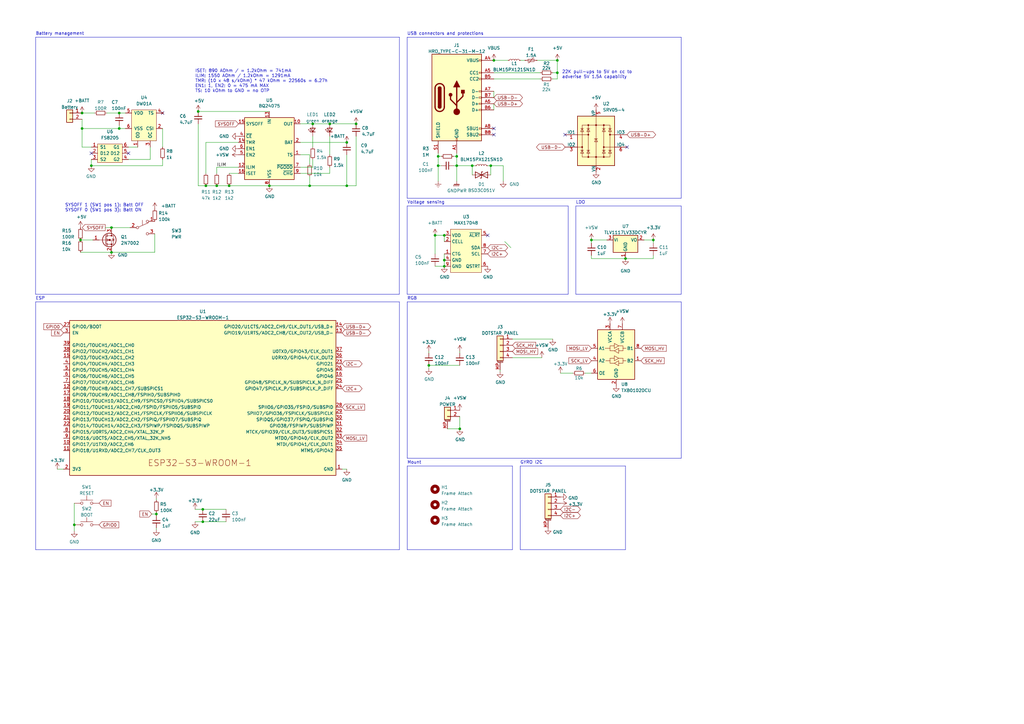
<source format=kicad_sch>
(kicad_sch (version 20211123) (generator eeschema)
  (paper "A3")
  (junction (at 242.57 98.425))
  (junction (at 48.895 46.355))
  (junction (at 188.595 175.895))
  (junction (at 33.655 52.705))
  (junction (at 64.135 210.82))
  (junction (at 37.465 67.945))
  (junction (at 228.6 24.765))
  (junction (at 193.675 67.945))
  (junction (at 81.28 45.72))
  (junction (at 179.705 67.945) (diameter 0.9144))
  (junction (at 187.325 67.945) (diameter 0.9144))
  (junction (at 201.295 67.945))
  (junction (at 48.895 52.705))
  (junction (at 228.6 29.845))
  (junction (at 142.24 58.42) (diameter 0.9144))
  (junction (at 45.72 103.505))
  (junction (at 175.895 149.86))
  (junction (at 267.97 98.425))
  (junction (at 179.705 64.135) (diameter 0.9144))
  (junction (at 182.245 109.22))
  (junction (at 88.9 76.2) (diameter 0.9144))
  (junction (at 110.49 76.2) (diameter 0.9144))
  (junction (at 142.24 76.2))
  (junction (at 135.255 50.8))
  (junction (at 30.48 215.265))
  (junction (at 93.98 76.2) (diameter 0.9144))
  (junction (at 83.185 208.915))
  (junction (at 202.565 24.765))
  (junction (at 84.455 76.2))
  (junction (at 256.54 106.045))
  (junction (at 33.655 46.355))
  (junction (at 83.185 213.995))
  (junction (at 127 76.2) (diameter 0.9144))
  (junction (at 182.245 96.52))
  (junction (at 128.27 50.8))
  (junction (at 146.05 50.8))
  (junction (at 33.02 98.425))
  (junction (at 187.325 64.135) (diameter 0.9144))
  (junction (at 182.245 106.68))
  (junction (at 45.72 93.345))
  (junction (at 178.435 96.52))
  (no_connect (at 231.775 55.245))
  (no_connect (at 202.565 55.245))
  (no_connect (at 202.565 52.705))
  (no_connect (at 200.025 96.52))
  (no_connect (at 37.465 62.865))
  (no_connect (at 66.675 46.355))
  (no_connect (at 52.705 62.865))
  (no_connect (at 257.175 60.325))
  (bus_entry (at 207.01 99.06) (size 2.54 2.54))
  (wire (pts (xy 43.18 93.345) (xy 45.72 93.345)))
  (wire (pts (xy 123.19 63.5) (xy 127 63.5)))
  (wire (pts (xy 220.345 24.765) (xy 228.6 24.765)))
  (polyline (pts (xy 213.36 225.425) (xy 256.54 225.425)) (stroke (width 0) (type solid)))
  (polyline (pts (xy 279.3746 120.6754) (xy 279.3746 84.4804)) (stroke (width 0) (type solid)))
  (wire (pts (xy 175.895 149.86) (xy 175.895 151.13)))
  (wire (pts (xy 146.05 76.2) (xy 142.24 76.2)))
  (wire (pts (xy 93.98 71.12) (xy 97.79 71.12)))
  (wire (pts (xy 256.54 106.045) (xy 267.97 106.045)))
  (wire (pts (xy 221.615 29.845) (xy 202.565 29.845)))
  (wire (pts (xy 83.185 208.915) (xy 92.71 208.915)))
  (polyline (pts (xy 14.605 15.24) (xy 163.83 15.24)) (stroke (width 0) (type solid)))
  (wire (pts (xy 193.675 67.945) (xy 193.675 71.755)))
  (polyline (pts (xy 279.3746 81.3054) (xy 279.3746 15.2654)) (stroke (width 0) (type solid)))
  (wire (pts (xy 182.245 96.52) (xy 182.245 99.06)))
  (wire (pts (xy 128.27 50.8) (xy 135.255 50.8)))
  (polyline (pts (xy 167.005 191.135) (xy 167.005 225.425)) (stroke (width 0) (type solid)))
  (wire (pts (xy 127 67.31) (xy 127 63.5)))
  (wire (pts (xy 186.055 67.945) (xy 187.325 67.945)))
  (wire (pts (xy 33.655 48.895) (xy 33.655 52.705)))
  (wire (pts (xy 33.655 60.325) (xy 37.465 60.325)))
  (wire (pts (xy 179.705 62.865) (xy 179.705 64.135)))
  (wire (pts (xy 264.16 98.425) (xy 267.97 98.425)))
  (wire (pts (xy 48.895 52.705) (xy 48.895 51.435)))
  (wire (pts (xy 179.705 64.135) (xy 179.705 67.945)))
  (polyline (pts (xy 166.9796 15.2654) (xy 279.3746 15.2654)) (stroke (width 0) (type solid)))
  (wire (pts (xy 64.135 204.47) (xy 64.135 205.105)))
  (polyline (pts (xy 233.0196 120.6754) (xy 233.0196 84.4804)) (stroke (width 0) (type solid)))
  (wire (pts (xy 182.245 104.14) (xy 182.245 106.68)))
  (wire (pts (xy 66.675 67.945) (xy 66.675 65.405)))
  (polyline (pts (xy 14.605 15.24) (xy 14.5796 120.6754)) (stroke (width 0) (type solid)))
  (wire (pts (xy 200.025 67.945) (xy 201.295 67.945)))
  (wire (pts (xy 37.465 65.405) (xy 37.465 67.945)))
  (wire (pts (xy 88.9 68.58) (xy 97.79 68.58)))
  (polyline (pts (xy 167.005 123.825) (xy 167.005 187.96)) (stroke (width 0) (type solid)))
  (wire (pts (xy 66.675 52.705) (xy 66.675 60.325)))
  (wire (pts (xy 206.375 74.295) (xy 206.375 67.945)))
  (wire (pts (xy 206.375 67.945) (xy 201.295 67.945)))
  (wire (pts (xy 135.255 55.88) (xy 135.255 63.5)))
  (polyline (pts (xy 256.54 225.425) (xy 256.54 191.135)) (stroke (width 0) (type solid)))
  (wire (pts (xy 51.435 52.705) (xy 48.895 52.705)))
  (wire (pts (xy 84.455 58.42) (xy 97.79 58.42)))
  (polyline (pts (xy 166.9796 84.4804) (xy 233.0196 84.4804)) (stroke (width 0) (type solid)))
  (wire (pts (xy 93.98 76.2) (xy 110.49 76.2)))
  (wire (pts (xy 213.487 24.765) (xy 215.265 24.765)))
  (wire (pts (xy 175.895 149.86) (xy 188.595 149.86)))
  (polyline (pts (xy 213.36 191.135) (xy 256.54 191.135)) (stroke (width 0) (type solid)))
  (wire (pts (xy 178.435 96.52) (xy 182.245 96.52)))
  (wire (pts (xy 81.28 45.72) (xy 110.49 45.72)))
  (polyline (pts (xy 163.83 225.425) (xy 163.83 123.825)) (stroke (width 0) (type solid)))
  (wire (pts (xy 88.9 68.58) (xy 88.9 71.12)))
  (wire (pts (xy 242.57 104.775) (xy 242.57 106.045)))
  (wire (pts (xy 178.435 96.52) (xy 178.435 104.14)))
  (wire (pts (xy 228.6 24.765) (xy 228.6 29.845)))
  (wire (pts (xy 30.48 215.265) (xy 30.48 217.805)))
  (wire (pts (xy 202.565 42.545) (xy 202.565 45.085)))
  (wire (pts (xy 242.57 98.425) (xy 248.92 98.425)))
  (wire (pts (xy 33.02 98.425) (xy 38.1 98.425)))
  (wire (pts (xy 83.185 213.995) (xy 92.71 213.995)))
  (wire (pts (xy 175.895 144.145) (xy 175.895 144.78)))
  (polyline (pts (xy 14.605 225.425) (xy 163.83 225.425)) (stroke (width 0) (type solid)))
  (wire (pts (xy 43.815 46.355) (xy 48.895 46.355)))
  (polyline (pts (xy 166.9796 15.2654) (xy 166.9796 81.3054)) (stroke (width 0) (type solid)))
  (wire (pts (xy 229.87 153.035) (xy 234.95 153.035)))
  (wire (pts (xy 63.5 103.505) (xy 45.72 103.505)))
  (wire (pts (xy 45.72 93.345) (xy 53.34 93.345)))
  (wire (pts (xy 228.6 32.385) (xy 226.695 32.385)))
  (polyline (pts (xy 167.005 191.135) (xy 210.185 191.135)) (stroke (width 0) (type solid)))
  (polyline (pts (xy 236.1946 84.4804) (xy 236.1946 120.6754)) (stroke (width 0) (type solid)))
  (polyline (pts (xy 167.005 187.96) (xy 279.4 187.96)) (stroke (width 0) (type solid)))
  (wire (pts (xy 80.01 213.995) (xy 83.185 213.995)))
  (wire (pts (xy 180.975 64.135) (xy 179.705 64.135)))
  (wire (pts (xy 84.455 76.2) (xy 88.9 76.2)))
  (wire (pts (xy 37.465 67.945) (xy 66.675 67.945)))
  (wire (pts (xy 123.19 71.12) (xy 135.255 71.12)))
  (wire (pts (xy 202.565 24.765) (xy 208.407 24.765)))
  (polyline (pts (xy 167.005 123.825) (xy 279.4 123.825)) (stroke (width 0) (type solid)))
  (wire (pts (xy 182.245 106.68) (xy 182.245 109.22)))
  (wire (pts (xy 33.655 46.355) (xy 38.735 46.355)))
  (wire (pts (xy 110.49 76.2) (xy 127 76.2)))
  (polyline (pts (xy 166.9796 84.4804) (xy 166.9796 120.6754)) (stroke (width 0) (type solid)))
  (polyline (pts (xy 166.9796 81.3054) (xy 279.3746 81.3054)) (stroke (width 0) (type solid)))
  (wire (pts (xy 52.705 60.325) (xy 56.515 60.325)))
  (wire (pts (xy 64.135 210.185) (xy 64.135 210.82)))
  (wire (pts (xy 33.655 52.705) (xy 48.895 52.705)))
  (wire (pts (xy 135.255 68.58) (xy 135.255 71.12)))
  (wire (pts (xy 193.675 67.945) (xy 187.325 67.945)))
  (wire (pts (xy 187.325 64.135) (xy 187.325 67.945)))
  (wire (pts (xy 64.135 210.82) (xy 64.135 211.455)))
  (wire (pts (xy 210.185 139.065) (xy 226.695 139.065)))
  (wire (pts (xy 123.19 50.8) (xy 128.27 50.8)))
  (wire (pts (xy 267.97 98.425) (xy 267.97 99.695)))
  (polyline (pts (xy 14.605 123.825) (xy 14.605 225.425)) (stroke (width 0) (type solid)))
  (wire (pts (xy 178.435 109.22) (xy 182.245 109.22)))
  (wire (pts (xy 222.25 146.685) (xy 210.185 146.685)))
  (wire (pts (xy 202.565 32.385) (xy 221.615 32.385)))
  (wire (pts (xy 179.705 67.945) (xy 179.705 74.295)))
  (polyline (pts (xy 279.4 187.96) (xy 279.4 123.825)) (stroke (width 0) (type solid)))
  (wire (pts (xy 81.28 50.8) (xy 81.28 76.2)))
  (wire (pts (xy 205.105 151.765) (xy 205.105 152.4)))
  (wire (pts (xy 63.5 95.885) (xy 63.5 103.505)))
  (polyline (pts (xy 14.605 123.825) (xy 163.83 123.825)) (stroke (width 0) (type solid)))
  (wire (pts (xy 194.945 67.945) (xy 193.675 67.945)))
  (polyline (pts (xy 163.8046 120.6754) (xy 163.83 15.24)) (stroke (width 0) (type solid)))
  (polyline (pts (xy 14.5796 120.6754) (xy 163.8046 120.6754)) (stroke (width 0) (type solid)))
  (wire (pts (xy 240.03 153.035) (xy 242.57 153.035)))
  (wire (pts (xy 123.19 58.42) (xy 142.24 58.42)))
  (wire (pts (xy 33.655 52.705) (xy 33.655 60.325)))
  (wire (pts (xy 242.57 106.045) (xy 256.54 106.045)))
  (wire (pts (xy 128.27 68.58) (xy 123.19 68.58)))
  (wire (pts (xy 186.055 64.135) (xy 187.325 64.135)))
  (wire (pts (xy 61.595 65.405) (xy 61.595 60.325)))
  (wire (pts (xy 52.705 65.405) (xy 61.595 65.405)))
  (wire (pts (xy 183.515 175.895) (xy 188.595 175.895)))
  (wire (pts (xy 80.01 208.915) (xy 83.185 208.915)))
  (wire (pts (xy 81.28 76.2) (xy 84.455 76.2)))
  (wire (pts (xy 267.97 104.775) (xy 267.97 106.045)))
  (polyline (pts (xy 236.1946 84.4804) (xy 279.3746 84.4804)) (stroke (width 0) (type solid)))
  (wire (pts (xy 128.27 65.405) (xy 128.27 68.58)))
  (wire (pts (xy 202.565 37.465) (xy 202.565 40.005)))
  (wire (pts (xy 201.295 67.945) (xy 201.295 71.755)))
  (wire (pts (xy 33.02 103.505) (xy 45.72 103.505)))
  (polyline (pts (xy 167.005 225.425) (xy 210.185 225.425)) (stroke (width 0) (type solid)))
  (polyline (pts (xy 210.185 225.425) (xy 210.185 191.135)) (stroke (width 0) (type solid)))
  (wire (pts (xy 242.57 99.695) (xy 242.57 98.425)))
  (wire (pts (xy 180.975 67.945) (xy 179.705 67.945)))
  (wire (pts (xy 30.48 206.375) (xy 30.48 215.265)))
  (polyline (pts (xy 236.1946 120.6754) (xy 279.3746 120.6754)) (stroke (width 0) (type solid)))
  (polyline (pts (xy 213.36 191.135) (xy 213.36 225.425)) (stroke (width 0) (type solid)))
  (wire (pts (xy 187.325 62.865) (xy 187.325 64.135)))
  (wire (pts (xy 146.05 55.88) (xy 146.05 76.2)))
  (wire (pts (xy 48.895 46.355) (xy 51.435 46.355)))
  (wire (pts (xy 64.135 210.82) (xy 62.23 210.82)))
  (wire (pts (xy 142.24 63.5) (xy 142.24 76.2)))
  (wire (pts (xy 84.455 71.12) (xy 84.455 58.42)))
  (wire (pts (xy 127 72.39) (xy 127 76.2)))
  (wire (pts (xy 135.255 50.8) (xy 146.05 50.8)))
  (wire (pts (xy 187.325 67.945) (xy 187.325 74.295)))
  (wire (pts (xy 23.495 192.405) (xy 26.035 192.405)))
  (wire (pts (xy 64.135 217.17) (xy 64.135 216.535)))
  (wire (pts (xy 140.335 192.405) (xy 142.24 192.405)))
  (wire (pts (xy 226.695 29.845) (xy 228.6 29.845)))
  (wire (pts (xy 127 76.2) (xy 142.24 76.2)))
  (polyline (pts (xy 166.9796 120.6754) (xy 233.0196 120.6754)) (stroke (width 0) (type solid)))
  (wire (pts (xy 88.9 76.2) (xy 93.98 76.2)))
  (wire (pts (xy 188.595 144.145) (xy 188.595 144.78)))
  (wire (pts (xy 228.6 29.845) (xy 228.6 32.385)))
  (wire (pts (xy 128.27 55.88) (xy 128.27 60.325)))
  (wire (pts (xy 188.595 175.895) (xy 188.595 170.815)))
  (text "Voltage sensing" (at 167.005 83.82 0) (effects (font (size 1.27 1.27)) (justify left bottom)))
  (text "ISET: 890 AOhm / = 1.2kOhm = 741mA\nILIM: 1550 AOhm / 1.2kOhm = 1291mA\nTMR: (10 x 48 s/kOhm) * 47 kOhm = 22560s = 6.27h\nEN1: 1, EN2: 0 = 475 mA MAX\nTS: 10 kOhm to GND = no OTP" (at 80.01 38.1 0) (effects (font (size 1.27 1.27)) (justify left bottom)))
  (text "GYRO I2C" (at 213.36 190.5 0) (effects (font (size 1.27 1.27)) (justify left bottom)))
  (text "Battery management" (at 14.605 14.605 0) (effects (font (size 1.27 1.27)) (justify left bottom)))
  (text "Mount" (at 167.005 190.5 0) (effects (font (size 1.27 1.27)) (justify left bottom)))
  (text "ESP" (at 14.605 123.19 0) (effects (font (size 1.27 1.27)) (justify left bottom)))
  (text "22K pull-ups to 5V on cc to \nadverise 5V 1.5A capability" (at 230.505 32.385 0) (effects (font (size 1.27 1.27)) (justify left bottom)))
  (text "RGB" (at 167.005 123.19 0) (effects (font (size 1.27 1.27)) (justify left bottom)))
  (text "LDO" (at 236.1946 83.8454 0) (effects (font (size 1.27 1.27)) (justify left bottom)))
  (text "SYSOFF 1 (SW1 pos 1): Batt OFF\nSYSOFF 0 (SW1 pos 3): Batt ON" (at 26.67 86.995 0) (effects (font (size 1.27 1.27)) (justify left bottom)))
  (text "USB connectors and protections" (at 166.9796 14.6304 0) (effects (font (size 1.27 1.27)) (justify left bottom)))
  (label "ILIM" (at 88.9 68.58 0))
  (global_label "USB-D-" (shape bidirectional) (at 140.335 136.525 0) (property "Intersheet References" "${INTERSHEET_REFS}" (effects hide)))
  (global_label "MOSI_LV" (shape input) (at 140.335 179.705 0) (property "Intersheet References" "${INTERSHEET_REFS}" (effects hide)))
  (global_label "USB-D-" (shape bidirectional) (at 231.775 60.325 180) (property "Intersheet References" "${INTERSHEET_REFS}" (effects hide)))
  (global_label "I2C+" (shape bidirectional) (at 140.335 159.385 0) (property "Intersheet References" "${INTERSHEET_REFS}" (effects hide)))
  (global_label "MOSI_HV" (shape input) (at 210.185 144.145 0) (property "Intersheet References" "${INTERSHEET_REFS}" (effects hide)))
  (global_label "I2C+" (shape bidirectional) (at 229.87 211.455 0) (property "Intersheet References" "${INTERSHEET_REFS}" (effects hide)))
  (global_label "SCK_LV" (shape input) (at 140.335 167.005 0) (property "Intersheet References" "${INTERSHEET_REFS}" (effects hide)))
  (global_label "I2C-" (shape bidirectional) (at 140.335 149.225 0) (property "Intersheet References" "${INTERSHEET_REFS}" (effects hide)))
  (global_label "I2C-" (shape bidirectional) (at 200.025 101.6 0) (property "Intersheet References" "${INTERSHEET_REFS}" (effects hide)))
  (global_label "USB-D+" (shape bidirectional) (at 257.175 55.245 0) (property "Intersheet References" "${INTERSHEET_REFS}" (effects hide)))
  (global_label "I2C+" (shape bidirectional) (at 200.025 104.14 0) (property "Intersheet References" "${INTERSHEET_REFS}" (effects hide)))
  (global_label "EN" (shape input) (at 26.035 136.525 180) (property "Intersheet References" "${INTERSHEET_REFS}" (effects hide)))
  (global_label "SYSOFF" (shape input) (at 97.79 50.8 180) (property "Intersheet References" "${INTERSHEET_REFS}" (effects hide)))
  (global_label "EN" (shape input) (at 62.23 210.82 180) (property "Intersheet References" "${INTERSHEET_REFS}" (effects hide)))
  (global_label "I2C-" (shape bidirectional) (at 229.87 208.915 0) (property "Intersheet References" "${INTERSHEET_REFS}" (effects hide)))
  (global_label "SYSOFF" (shape output) (at 43.18 93.345 180) (property "Intersheet References" "${INTERSHEET_REFS}" (effects hide)))
  (global_label "SCK_HV" (shape input) (at 210.185 141.605 0) (property "Intersheet References" "${INTERSHEET_REFS}" (effects hide)))
  (global_label "EN" (shape input) (at 40.64 206.375 0) (property "Intersheet References" "${INTERSHEET_REFS}" (effects hide)))
  (global_label "USB-D+" (shape bidirectional) (at 140.335 133.985 0) (property "Intersheet References" "${INTERSHEET_REFS}" (effects hide)))
  (global_label "GPIO0" (shape input) (at 26.035 133.985 180) (property "Intersheet References" "${INTERSHEET_REFS}" (effects hide)))
  (global_label "MOSI_LV" (shape input) (at 242.57 142.875 180) (property "Intersheet References" "${INTERSHEET_REFS}" (effects hide)))
  (global_label "GPIO0" (shape input) (at 40.64 215.265 0) (property "Intersheet References" "${INTERSHEET_REFS}" (effects hide)))
  (global_label "SCK_LV" (shape input) (at 242.57 147.955 180) (property "Intersheet References" "${INTERSHEET_REFS}" (effects hide)))
  (global_label "USB-D-" (shape bidirectional) (at 202.565 40.005 0) (property "Intersheet References" "${INTERSHEET_REFS}" (effects hide)))
  (global_label "SCK_HV" (shape input) (at 262.89 147.955 0) (property "Intersheet References" "${INTERSHEET_REFS}" (effects hide)))
  (global_label "USB-D+" (shape bidirectional) (at 202.565 42.545 0) (property "Intersheet References" "${INTERSHEET_REFS}" (effects hide)))
  (global_label "MOSI_HV" (shape input) (at 262.89 142.875 0) (property "Intersheet References" "${INTERSHEET_REFS}" (effects hide)))
  (symbol (lib_id "power:GND") (at 256.54 106.045 0) (mirror y) (unit 1)
    (property "Reference" "#PWR0136" (effects hide))
    (property "Value" "GND" (at 256.54 111.125 0))
  )
  (symbol (lib_id "power:GND") (at 206.375 74.295 0) (unit 1)
    (property "Reference" "#PWR0122" (effects hide))
    (property "Value" "GND" (at 208.915 75.5649 0) (effects (justify left)))
  )
  (symbol (lib_id "Transistor_FET:2N7002") (at 43.18 98.425 0) (unit 1)
    (property "Reference" "Q1" (at 49.53 97.1549 0) (effects (justify left)))
    (property "Value" "2N7002" (at 49.53 99.6949 0) (effects (justify left)))
    (property "Footprint" "Package_TO_SOT_SMD:SOT-23" (effects hide))
    (property "Datasheet" "https://www.onsemi.com/pub/Collateral/NDS7002A-D.PDF" (effects hide))
  )
  (symbol (lib_id "Device:C_Small") (at 183.515 67.945 270) (unit 1)
    (property "Reference" "C1" (at 174.625 67.3131 90))
    (property "Value" "100nF" (at 174.625 69.85 90))
    (property "Footprint" "Capacitor_SMD:C_0402_1005Metric" (effects hide))
    (property "Notes" "X7R, 10%" (effects hide))
  )
  (symbol (lib_id "power:GND") (at 142.24 192.405 0) (unit 1)
    (property "Reference" "#PWR0111" (effects hide))
    (property "Value" "GND" (at 142.24 196.8484 0))
  )
  (symbol (lib_id "power:GNDPWR") (at 187.325 74.295 0) (unit 1)
    (property "Reference" "#PWR0128" (effects hide))
    (property "Value" "GNDPWR" (at 187.4266 78.2066 0))
  )
  (symbol (lib_id "Device:C_Small") (at 188.595 147.32 0) (unit 1)
    (property "Reference" "C13" (at 190.9191 146.4916 0) (effects (justify left)))
    (property "Value" "100nF" (at 190.9191 149.0285 0) (effects (justify left)))
    (property "Footprint" "Capacitor_SMD:C_0402_1005Metric" (effects hide))
    (property "Notes" "X7R, 10%" (effects hide))
  )
  (symbol (lib_id "Device:C_Small") (at 175.895 147.32 0) (unit 1)
    (property "Reference" "C12" (at 178.2191 146.4916 0) (effects (justify left)))
    (property "Value" "100nF" (at 178.2191 149.0285 0) (effects (justify left)))
    (property "Footprint" "Capacitor_SMD:C_0402_1005Metric" (effects hide))
    (property "Notes" "X7R, 10%" (effects hide))
  )
  (symbol (lib_id "Device:C_Small") (at 64.135 213.995 0) (unit 1)
    (property "Reference" "C4" (at 66.4591 213.1666 0) (effects (justify left)))
    (property "Value" "1uF" (at 66.4591 215.7035 0) (effects (justify left)))
    (property "Footprint" "Capacitor_SMD:C_0402_1005Metric" (effects hide))
  )
  (symbol (lib_id "Device:R_Small") (at 127 69.85 0) (unit 1)
    (property "Reference" "R10" (at 128.4986 69.0153 0) (effects (justify left)))
    (property "Value" "10k" (at 128.4986 71.5522 0) (effects (justify left)))
    (property "Footprint" "Resistor_SMD:R_0402_1005Metric" (effects hide))
  )
  (symbol (lib_id "power:+3.3V") (at 267.97 98.425 0) (unit 1)
    (property "Reference" "#PWR0134" (effects hide))
    (property "Value" "+3.3V" (at 267.97 93.345 0))
  )
  (symbol (lib_id "power:+BATT") (at 178.435 96.52 0) (unit 1)
    (property "Reference" "#PWR0124" (effects hide))
    (property "Value" "+BATT" (at 178.435 91.44 0))
  )
  (symbol (lib_id "Device:L_Small") (at 197.485 67.945 90) (unit 1)
    (property "Reference" "L2" (at 197.485 62.865 90))
    (property "Value" "BLM15PX121SN1D" (at 197.485 65.405 90))
    (property "Footprint" "Inductor_SMD:L_0402_1005Metric" (effects hide))
  )
  (symbol (lib_id "Mechanical:MountingHole") (at 178.435 200.66 0) (unit 1)
    (property "Reference" "H1" (at 180.975 199.8253 0) (effects (justify left)))
    (property "Value" "Frame Attach" (at 180.975 202.3622 0) (effects (justify left)))
    (property "Footprint" "MountingHole:MountingHole_2.2mm_M2_ISO7380_Pad" (effects hide))
  )
  (symbol (lib_id "Device:C_Small") (at 83.185 211.455 0) (unit 1)
    (property "Reference" "C2" (at 85.5091 210.6266 0) (effects (justify left)))
    (property "Value" "22uF" (at 85.5091 213.1635 0) (effects (justify left)))
    (property "Footprint" "Capacitor_SMD:C_0402_1005Metric" (effects hide))
  )
  (symbol (lib_id "Device:R_Small") (at 33.02 95.885 0) (unit 1)
    (property "Reference" "R15" (at 25.4 94.6181 0) (effects (justify left)))
    (property "Value" "100R" (at 25.4 97.155 0) (effects (justify left)))
    (property "Footprint" "Resistor_SMD:R_0402_1005Metric" (effects hide))
  )
  (symbol (lib_id "Connector_Generic_MountingPin:Conn_01x04_MountingPin") (at 224.79 206.375 0) (mirror y) (unit 1)
    (property "Reference" "J5" (at 224.79 198.8652 0))
    (property "Value" "DOTSTAR PANEL" (at 224.79 201.4021 0))
    (property "Footprint" "Connector_JST:JST_SH_BM04B-SRSS-TB_1x04-1MP_P1.00mm_Vertical" (effects hide))
  )
  (symbol (lib_id "power:+BATT") (at 33.655 46.355 0) (mirror y) (unit 1)
    (property "Reference" "#PWR0107" (effects hide))
    (property "Value" "+BATT" (at 33.655 41.275 0))
  )
  (symbol (lib_id "power:GND") (at 175.895 151.13 0) (unit 1)
    (property "Reference" "#PWR03" (effects hide))
    (property "Value" "GND" (at 176.022 155.5242 0))
  )
  (symbol (lib_id "Espressif:ESP32-S3-WROOM-1") (at 81.915 164.465 0) (unit 1)
    (property "Reference" "U1" (at 83.185 127.7452 0))
    (property "Value" "ESP32-S3-WROOM-1" (at 83.185 130.2821 0))
    (property "Footprint" "Espressif:ESP32-S3-WROOM-1" (effects hide))
    (property "Datasheet" "https://www.espressif.com/sites/default/files/documentation/esp32-s3-wroom-1_wroom-1u_datasheet_en.pdf" (effects hide))
  )
  (symbol (lib_id "power:+3.3V") (at 229.87 153.035 0) (unit 1)
    (property "Reference" "#PWR0102" (effects hide))
    (property "Value" "+3.3V" (at 229.87 149.225 0))
  )
  (symbol (lib_id "Switch:SW_Push_SPDT") (at 58.42 93.345 0) (unit 1)
    (property "Reference" "SW3" (at 72.39 94.615 0))
    (property "Value" "PWR" (at 72.39 97.155 0))
    (property "Footprint" "marbastlib-various:SW_SSSS213100" (effects hide))
  )
  (symbol (lib_id "power:+VSW") (at 146.05 50.8 0) (unit 1)
    (property "Reference" "#PWR0135" (effects hide))
    (property "Value" "+VSW" (at 146.05 45.72 0))
  )
  (symbol (lib_id "Switch:SW_Push") (at 35.56 215.265 0) (unit 1)
    (property "Reference" "SW2" (at 35.56 208.6442 0))
    (property "Value" "BOOT" (at 35.56 211.1811 0))
    (property "Footprint" "marbastlib-various:SW_SPST_SKQG_WithStem" (effects hide))
  )
  (symbol (lib_id "Mechanical:MountingHole") (at 178.435 213.36 0) (unit 1)
    (property "Reference" "H3" (at 180.975 212.5253 0) (effects (justify left)))
    (property "Value" "Frame Attach" (at 180.975 215.0622 0) (effects (justify left)))
    (property "Footprint" "MountingHole:MountingHole_2.2mm_M2_ISO7380_Pad" (effects hide))
  )
  (symbol (lib_id "power:GND") (at 226.695 139.065 0) (unit 1)
    (property "Reference" "#PWR0113" (effects hide))
    (property "Value" "GND" (at 226.822 143.4592 0))
  )
  (symbol (lib_id "Power_Protection:SRV05-4") (at 244.475 57.785 0) (unit 1)
    (property "Reference" "U2" (at 247.2437 42.545 0) (effects (justify left)))
    (property "Value" "SRV05-4" (at 247.2437 45.085 0) (effects (justify left)))
    (property "Footprint" "marbastlib-various:SOT-23-6-routable" (effects hide))
    (property "Datasheet" "http://www.onsemi.com/pub/Collateral/SRV05-4-D.PDF" (effects hide))
  )
  (symbol (lib_id "power:GND") (at 110.49 76.2 0) (unit 1)
    (property "Reference" "#PWR0115" (effects hide))
    (property "Value" "GND" (at 110.617 80.5942 0))
  )
  (symbol (lib_id "Device:R_Small") (at 93.98 73.66 0) (unit 1)
    (property "Reference" "R13" (at 94.0054 78.7146 0))
    (property "Value" "1k2" (at 94.0054 81.2515 0))
    (property "Footprint" "Resistor_SMD:R_0402_1005Metric" (effects hide))
  )
  (symbol (lib_id "Device:C_Small") (at 48.895 48.895 0) (unit 1)
    (property "Reference" "C7" (at 45.72 41.9131 0) (effects (justify left)))
    (property "Value" "100nF" (at 45.72 44.45 0) (effects (justify left)))
    (property "Footprint" "Capacitor_SMD:C_0402_1005Metric" (effects hide))
    (property "Notes" "X7R, 10%" (effects hide))
  )
  (symbol (lib_id "power:+5V") (at 228.6 24.765 0) (unit 1)
    (property "Reference" "#PWR0132" (effects hide))
    (property "Value" "+5V" (at 228.6 19.685 0))
  )
  (symbol (lib_id "power:GND") (at 64.135 217.17 0) (unit 1)
    (property "Reference" "#PWR0110" (effects hide))
    (property "Value" "GND" (at 64.135 221.6134 0))
  )
  (symbol (lib_id "Battery_Management:BQ24075RGT") (at 110.49 60.96 0) (unit 1)
    (property "Reference" "U5" (at 110.49 41.1226 0))
    (property "Value" "BQ24075" (at 110.49 43.434 0))
    (property "Footprint" "Package_DFN_QFN:VQFN-16-1EP_3x3mm_P0.5mm_EP1.6x1.6mm" (effects hide))
    (property "Datasheet" "http://www.ti.com/lit/ds/symlink/bq24075.pdf" (effects hide))
  )
  (symbol (lib_id "power:+3.3V") (at 23.495 192.405 0) (unit 1)
    (property "Reference" "#PWR0126" (effects hide))
    (property "Value" "+3.3V" (at 23.495 188.8292 0))
  )
  (symbol (lib_id "Connector_Generic:Conn_01x02") (at 28.575 46.355 0) (mirror y) (unit 1)
    (property "Reference" "J2" (at 28.575 41.3852 0))
    (property "Value" "Battery" (at 28.575 43.9221 0))
    (property "Footprint" "custom:Keystone 18350 clips" (effects hide))
  )
  (symbol (lib_id "power:+VSW") (at 242.57 98.425 0) (unit 1)
    (property "Reference" "#PWR0133" (effects hide))
    (property "Value" "+VSW" (at 242.57 93.345 0))
  )
  (symbol (lib_id "power:GND") (at 205.105 152.4 0) (unit 1)
    (property "Reference" "#PWR0137" (effects hide))
    (property "Value" "GND" (at 205.232 156.7942 0))
  )
  (symbol (lib_id "power:+VSW") (at 222.25 146.685 0) (unit 1)
    (property "Reference" "#PWR0139" (effects hide))
    (property "Value" "+VSW" (at 222.25 141.605 0))
  )
  (symbol (lib_id "power:GND") (at 200.025 109.22 0) (unit 1)
    (property "Reference" "#PWR0125" (effects hide))
    (property "Value" "GND" (at 200.152 113.6142 0))
  )
  (symbol (lib_id "power:GND") (at 97.79 55.88 270) (unit 1)
    (property "Reference" "#PWR0116" (effects hide))
    (property "Value" "GND" (at 93.98 55.8799 90) (effects (justify right)))
  )
  (symbol (lib_id "Device:L_Small") (at 210.947 24.765 90) (unit 1)
    (property "Reference" "L1" (at 210.947 26.035 90))
    (property "Value" "BLM15PX121SN1D" (at 210.947 28.575 90))
    (property "Footprint" "Inductor_SMD:L_0402_1005Metric" (effects hide))
  )
  (symbol (lib_id "Device:R_Small") (at 224.155 29.845 270) (mirror x) (unit 1)
    (property "Reference" "R2" (at 224.155 26.035 90))
    (property "Value" "22k" (at 224.155 27.9455 90))
    (property "Footprint" "Resistor_SMD:R_0402_1005Metric" (effects hide))
  )
  (symbol (lib_id "power:+3.3V") (at 229.87 206.375 270) (unit 1)
    (property "Reference" "#PWR0144" (effects hide))
    (property "Value" "+3.3V" (at 233.045 206.8088 90) (effects (justify left)))
  )
  (symbol (lib_id "power:+VSW") (at 97.79 63.5 90) (mirror x) (unit 1)
    (property "Reference" "#PWR0118" (effects hide))
    (property "Value" "+VSW" (at 93.98 63.5001 90) (effects (justify left)))
  )
  (symbol (lib_id "Device:R_Small") (at 128.27 62.865 0) (unit 1)
    (property "Reference" "R4" (at 129.7686 62.0303 0) (effects (justify left)))
    (property "Value" "1.5k" (at 129.7686 64.5672 0) (effects (justify left)))
    (property "Footprint" "Resistor_SMD:R_0402_1005Metric" (effects hide))
  )
  (symbol (lib_id "Device:C_Small") (at 142.24 60.96 0) (unit 1)
    (property "Reference" "C9" (at 147.955 59.6931 0) (effects (justify left)))
    (property "Value" "4.7uF" (at 147.955 62.23 0) (effects (justify left)))
    (property "Footprint" "Capacitor_SMD:C_0402_1005Metric" (effects hide))
    (property "Notes" "X7R, 10%" (effects hide))
  )
  (symbol (lib_id "power:GND") (at 37.465 67.945 0) (mirror y) (unit 1)
    (property "Reference" "#PWR0108" (effects hide))
    (property "Value" "GND" (at 37.338 72.3392 0))
  )
  (symbol (lib_id "Device:R_Small") (at 224.155 32.385 270) (mirror x) (unit 1)
    (property "Reference" "R1" (at 224.155 34.671 90))
    (property "Value" "22k" (at 224.155 36.73 90))
    (property "Footprint" "Resistor_SMD:R_0402_1005Metric" (effects hide))
  )
  (symbol (lib_id "Device:C_Small") (at 267.97 102.235 0) (unit 1)
    (property "Reference" "C11" (at 270.2941 101.4066 0) (effects (justify left)))
    (property "Value" "1uF" (at 270.2941 103.9435 0) (effects (justify left)))
    (property "Footprint" "Capacitor_SMD:C_0402_1005Metric" (effects hide))
    (property "Notes" "X7R, 10%" (effects hide))
  )
  (symbol (lib_id "power:+3.3V") (at 64.135 204.47 0) (unit 1)
    (property "Reference" "#PWR0103" (effects hide))
    (property "Value" "+3.3V" (at 64.135 200.8942 0))
  )
  (symbol (lib_id "power:GND") (at 229.87 203.835 90) (unit 1)
    (property "Reference" "#PWR0143" (effects hide))
    (property "Value" "GND" (at 233.045 204.2688 90) (effects (justify right)))
  )
  (symbol (lib_id "Device:R_Small") (at 183.515 64.135 90) (mirror x) (unit 1)
    (property "Reference" "R3" (at 174.625 60.9631 90))
    (property "Value" "1M" (at 174.625 63.5 90))
    (property "Footprint" "Resistor_SMD:R_0402_1005Metric" (effects hide))
  )
  (symbol (lib_id "marbastlib-various:DW01A") (at 59.055 51.435 0) (unit 1)
    (property "Reference" "U4" (at 59.055 40.005 0))
    (property "Value" "DW01A" (at 59.055 42.545 0))
    (property "Footprint" "Package_TO_SOT_SMD:SOT-23-6" (effects hide))
    (property "Datasheet" "https://datasheet.lcsc.com/szlcsc/Fortune-Semicon-DW01A-G_C61503.pdf" (effects hide))
    (property "LCSC" "C61503" (effects hide))
  )
  (symbol (lib_id "Device:C_Small") (at 242.57 102.235 0) (unit 1)
    (property "Reference" "C10" (at 244.8941 101.4066 0) (effects (justify left)))
    (property "Value" "1uF" (at 244.8941 103.9435 0) (effects (justify left)))
    (property "Footprint" "Capacitor_SMD:C_0402_1005Metric" (effects hide))
    (property "Notes" "X7R, 10%" (effects hide))
  )
  (symbol (lib_id "Device:R_Small") (at 237.49 153.035 90) (unit 1)
    (property "Reference" "R6" (at 237.49 151.13 90))
    (property "Value" "10k" (at 237.49 154.94 90))
    (property "Footprint" "Resistor_SMD:R_0402_1005Metric" (effects hide))
  )
  (symbol (lib_id "power:GND") (at 80.01 213.995 0) (unit 1)
    (property "Reference" "#PWR0104" (effects hide))
    (property "Value" "GND" (at 80.01 218.4384 0))
  )
  (symbol (lib_id "power:GND") (at 45.72 103.505 0) (unit 1)
    (property "Reference" "#PWR0109" (effects hide))
    (property "Value" "GND" (at 48.26 104.5844 0) (effects (justify left)))
  )
  (symbol (lib_id "Switch:SW_Push") (at 35.56 206.375 0) (unit 1)
    (property "Reference" "SW1" (at 35.56 199.7542 0))
    (property "Value" "RESET" (at 35.56 202.2911 0))
    (property "Footprint" "marbastlib-various:SW_SPST_SKQG_WithStem" (effects hide))
  )
  (symbol (lib_id "power:+3.3V") (at 175.895 144.145 0) (unit 1)
    (property "Reference" "#PWR01" (effects hide))
    (property "Value" "+3.3V" (at 175.895 140.335 0))
  )
  (symbol (lib_id "power:+BATT") (at 63.5 85.725 0) (unit 1)
    (property "Reference" "#PWR0112" (effects hide))
    (property "Value" "+BATT" (at 66.04 84.4549 0) (effects (justify left)))
  )
  (symbol (lib_id "Device:R_Small") (at 88.9 73.66 0) (unit 1)
    (property "Reference" "R12" (at 88.9254 78.7146 0))
    (property "Value" "1k2" (at 88.9254 81.2515 0))
    (property "Footprint" "Resistor_SMD:R_0402_1005Metric" (effects hide))
  )
  (symbol (lib_id "Device:R_Small") (at 64.135 207.645 180) (unit 1)
    (property "Reference" "R5" (at 65.6336 206.8103 0) (effects (justify right)))
    (property "Value" "100K" (at 65.6336 209.3472 0) (effects (justify right)))
    (property "Footprint" "Resistor_SMD:R_0402_1005Metric" (effects hide))
  )
  (symbol (lib_id "marbastlib-various:MAX17048") (at 191.135 102.87 0) (unit 1)
    (property "Reference" "U3" (at 191.135 88.9 0))
    (property "Value" "MAX17048" (at 191.135 91.44 0))
    (property "Footprint" "Package_DFN_QFN:DFN-8-1EP_2x2mm_P0.5mm_EP0.7x1.3mm" (effects hide))
    (property "Datasheet" "https://datasheets.maximintegrated.com/en/ds/MAX17048-MAX17049.pdf" (effects hide))
  )
  (symbol (lib_id "power:+VSW") (at 188.595 144.145 0) (unit 1)
    (property "Reference" "#PWR0140" (effects hide))
    (property "Value" "+VSW" (at 188.595 139.065 0))
  )
  (symbol (lib_id "power:GND") (at 30.48 217.805 0) (unit 1)
    (property "Reference" "#PWR0131" (effects hide))
    (property "Value" "GND" (at 30.48 222.2484 0))
  )
  (symbol (lib_id "marbastlib-various:FS8205") (at 45.085 62.865 0) (unit 1)
    (property "Reference" "U6" (at 45.085 53.975 0))
    (property "Value" "FS8205" (at 45.085 56.515 0))
    (property "Footprint" "Package_TO_SOT_SMD:SOT-23-6" (effects hide))
    (property "Datasheet" "https://datasheet.lcsc.com/szlcsc/Fortune-Semicon-FS8205_C32254.pdf" (effects hide))
    (property "LCSC" "C32254" (effects hide))
  )
  (symbol (lib_id "power:+5V") (at 81.28 45.72 0) (unit 1)
    (property "Reference" "#PWR0114" (effects hide))
    (property "Value" "+5V" (at 81.661 41.3258 0))
  )
  (symbol (lib_id "Device:D_TVS") (at 197.485 71.755 0) (unit 1)
    (property "Reference" "D1" (at 197.485 75.565 0))
    (property "Value" "BSD3C051V" (at 197.485 78.105 0))
    (property "Footprint" "Diode_SMD:D_SOD-323" (effects hide))
  )
  (symbol (lib_id "Connector_Generic_MountingPin:Conn_01x02_MountingPin") (at 183.515 168.275 0) (mirror y) (unit 1)
    (property "Reference" "J4" (at 183.515 163.3052 0))
    (property "Value" "POWER" (at 183.515 165.8421 0))
    (property "Footprint" "Connector_JST:JST_SH_BM02B-SRSS-TB_1x02-1MP_P1.00mm_Vertical" (effects hide))
  )
  (symbol (lib_id "Device:LED_Small") (at 135.255 53.34 90) (unit 1)
    (property "Reference" "LED2" (at 135.255 46.99 90))
    (property "Value" "orange" (at 135.255 49.53 90))
    (property "Footprint" "LED_SMD:LED_0402_1005Metric" (effects hide))
  )
  (symbol (lib_id "power:GND") (at 97.79 60.96 270) (mirror x) (unit 1)
    (property "Reference" "#PWR0117" (effects hide))
    (property "Value" "GND" (at 93.98 60.9601 90) (effects (justify right)))
  )
  (symbol (lib_id "Device:R_Small") (at 135.255 66.04 0) (unit 1)
    (property "Reference" "R9" (at 136.7536 65.2053 0) (effects (justify left)))
    (property "Value" "1.5k" (at 136.7536 67.7422 0) (effects (justify left)))
    (property "Footprint" "Resistor_SMD:R_0402_1005Metric" (effects hide))
  )
  (symbol (lib_id "power:GND") (at 244.475 70.485 0) (unit 1)
    (property "Reference" "#PWR0120" (effects hide))
    (property "Value" "GND" (at 244.602 74.8792 0))
  )
  (symbol (lib_id "Device:C_Small") (at 146.05 53.34 0) (unit 1)
    (property "Reference" "C8" (at 148.3741 52.5116 0) (effects (justify left)))
    (property "Value" "4.7uF" (at 148.3741 55.0485 0) (effects (justify left)))
    (property "Footprint" "Capacitor_SMD:C_0402_1005Metric" (effects hide))
    (property "Notes" "X7R, 10%" (effects hide))
  )
  (symbol (lib_id "power:GND") (at 224.79 216.535 0) (unit 1)
    (property "Reference" "#PWR0145" (effects hide))
    (property "Value" "GND" (at 226.695 218.2388 0) (effects (justify left)))
  )
  (symbol (lib_id "power:GND") (at 252.73 158.115 0) (unit 1)
    (property "Reference" "#PWR0101" (effects hide))
    (property "Value" "GND" (at 252.857 162.5092 0))
  )
  (symbol (lib_id "power:+VSW") (at 255.27 132.715 0) (unit 1)
    (property "Reference" "#PWR0121" (effects hide))
    (property "Value" "+VSW" (at 255.27 127.635 0))
  )
  (symbol (lib_id "Device:R_Small") (at 33.02 100.965 0) (unit 1)
    (property "Reference" "R16" (at 25.4 99.6981 0) (effects (justify left)))
    (property "Value" "10k" (at 25.4 102.235 0) (effects (justify left)))
    (property "Footprint" "Resistor_SMD:R_0402_1005Metric" (effects hide))
  )
  (symbol (lib_id "power:+5V") (at 244.475 45.085 0) (unit 1)
    (property "Reference" "#PWR0130" (effects hide))
    (property "Value" "+5V" (at 244.475 40.005 0))
  )
  (symbol (lib_id "Connector_Generic_MountingPin:Conn_01x04_MountingPin") (at 205.105 141.605 0) (mirror y) (unit 1)
    (property "Reference" "J3" (at 205.105 134.0952 0))
    (property "Value" "DOTSTAR PANEL" (at 205.105 136.6321 0))
    (property "Footprint" "Connector_JST:JST_SH_BM04B-SRSS-TB_1x04-1MP_P1.00mm_Vertical" (effects hide))
  )
  (symbol (lib_id "power:+5V") (at 33.02 93.345 0) (unit 1)
    (property "Reference" "#PWR0106" (effects hide))
    (property "Value" "+5V" (at 33.401 88.9508 0))
  )
  (symbol (lib_id "Logic_LevelTranslator:TXB0102DCU") (at 252.73 145.415 0) (unit 1)
    (property "Reference" "U8" (at 254.7494 157.6054 0) (effects (justify left)))
    (property "Value" "TXB0102DCU" (at 254.7494 160.1423 0) (effects (justify left)))
    (property "Footprint" "Package_SO:VSSOP-8_2.4x2.1mm_P0.5mm" (effects hide))
    (property "Datasheet" "http://www.ti.com/lit/ds/symlink/txb0102.pdf" (effects hide))
  )
  (symbol (lib_id "power:VBUS") (at 202.565 24.765 0) (unit 1)
    (property "Reference" "#PWR0129" (effects hide))
    (property "Value" "VBUS" (at 202.565 19.685 0))
  )
  (symbol (lib_id "power:+3.3V") (at 250.19 132.715 0) (unit 1)
    (property "Reference" "#PWR0138" (effects hide))
    (property "Value" "+3.3V" (at 250.19 128.905 0))
  )
  (symbol (lib_id "power:Earth") (at 179.705 74.295 0) (unit 1)
    (property "Reference" "#PWR0127" (effects hide))
    (property "Value" "Earth" (effects hide))
  )
  (symbol (lib_id "Device:R_Small") (at 66.675 62.865 180) (unit 1)
    (property "Reference" "R8" (at 68.1736 62.0303 0) (effects (justify right)))
    (property "Value" "1k" (at 68.1736 64.5672 0) (effects (justify right)))
    (property "Footprint" "Resistor_SMD:R_0402_1005Metric" (effects hide))
  )
  (symbol (lib_id "Device:C_Small") (at 178.435 106.68 180) (unit 1)
    (property "Reference" "C5" (at 170.18 105.4131 0) (effects (justify right)))
    (property "Value" "100nF" (at 170.18 107.95 0) (effects (justify right)))
    (property "Footprint" "Capacitor_SMD:C_0402_1005Metric" (effects hide))
    (property "LCSC" "C52923" (effects hide))
    (property "Notes" "X7R, 10%" (effects hide))
  )
  (symbol (lib_id "power:+3.3V") (at 80.01 208.915 0) (unit 1)
    (property "Reference" "#PWR0105" (effects hide))
    (property "Value" "+3.3V" (at 80.01 205.3392 0))
  )
  (symbol (lib_id "power:+BATT") (at 142.24 58.42 0) (unit 1)
    (property "Reference" "#PWR0119" (effects hide))
    (property "Value" "+BATT" (at 138.43 55.88 0))
  )
  (symbol (lib_id "Device:R_Small") (at 41.275 46.355 90) (unit 1)
    (property "Reference" "R7" (at 41.275 41.9186 90))
    (property "Value" "100R" (at 41.275 44.4555 90))
    (property "Footprint" "Resistor_SMD:R_0402_1005Metric" (effects hide))
  )
  (symbol (lib_id "Device:Polyfuse_Small") (at 217.805 24.765 270) (unit 1)
    (property "Reference" "F1" (at 217.805 20.1762 90))
    (property "Value" "1.5A" (at 217.805 22.7131 90))
    (property "Footprint" "Fuse:Fuse_1206_3216Metric" (effects hide))
  )
  (symbol (lib_id "Device:R_Small") (at 84.455 73.66 0) (unit 1)
    (property "Reference" "R11" (at 84.4804 78.7146 0))
    (property "Value" "47k" (at 84.4804 81.2515 0))
    (property "Footprint" "Resistor_SMD:R_0402_1005Metric" (effects hide))
  )
  (symbol (lib_id "Connector:USB_C_Receptacle_USB2.0") (at 187.325 40.005 0) (unit 1)
    (property "Reference" "J1" (at 187.325 18.5252 0))
    (property "Value" "HRO_TYPE-C-31-M-12" (at 187.325 21.0621 0))
    (property "Footprint" "Connector_USB:USB_C_Receptacle_HRO_TYPE-C-31-M-12" (effects hide))
    (property "Datasheet" "https://www.usb.org/sites/default/files/documents/usb_type-c.zip" (effects hide))
  )
  (symbol (lib_id "power:GND") (at 182.245 109.22 0) (unit 1)
    (property "Reference" "#PWR0123" (effects hide))
    (property "Value" "GND" (at 182.372 113.6142 0))
  )
  (symbol (lib_id "Device:R_Small") (at 63.5 88.265 180) (unit 1)
    (property "Reference" "R14" (at 64.9986 87.4303 0) (effects (justify right)))
    (property "Value" "100k" (at 64.9986 89.9672 0) (effects (justify right)))
    (property "Footprint" "Resistor_SMD:R_0402_1005Metric" (effects hide))
  )
  (symbol (lib_id "Device:C_Small") (at 92.71 211.455 0) (unit 1)
    (property "Reference" "C3" (at 95.0341 210.6266 0) (effects (justify left)))
    (property "Value" "100nF" (at 95.0341 213.1635 0) (effects (justify left)))
    (property "Footprint" "Capacitor_SMD:C_0402_1005Metric" (effects hide))
  )
  (symbol (lib_id "Device:LED_Small") (at 128.27 53.34 90) (unit 1)
    (property "Reference" "LED1" (at 128.27 46.99 90))
    (property "Value" "green" (at 128.27 49.53 90))
    (property "Footprint" "LED_SMD:LED_0402_1005Metric" (effects hide))
  )
  (symbol (lib_id "Device:C_Small") (at 81.28 48.26 0) (unit 1)
    (property "Reference" "C6" (at 73.66 47.6281 0) (effects (justify left)))
    (property "Value" "4.7uF" (at 73.66 50.165 0) (effects (justify left)))
    (property "Footprint" "Capacitor_SMD:C_0402_1005Metric" (effects hide))
    (property "Notes" "X7R, 10%" (effects hide))
  )
  (symbol (lib_id "Mechanical:MountingHole") (at 178.435 207.01 0) (unit 1)
    (property "Reference" "H2" (at 180.975 206.1753 0) (effects (justify left)))
    (property "Value" "Frame Attach" (at 180.975 208.7122 0) (effects (justify left)))
    (property "Footprint" "MountingHole:MountingHole_2.2mm_M2_ISO7380_Pad" (effects hide))
  )
  (symbol (lib_id "power:+VSW") (at 188.595 168.275 0) (unit 1)
    (property "Reference" "#PWR0142" (effects hide))
    (property "Value" "+VSW" (at 188.595 163.195 0))
  )
  (symbol (lib_id "Regulator_Linear:NCP1117-3.3_SOT223") (at 256.54 98.425 0) (unit 1)
    (property "Reference" "U7" (at 256.54 92.8202 0))
    (property "Value" "TLV1117LV33DCYR" (at 256.54 95.3571 0))
    (property "Footprint" "Package_TO_SOT_SMD:SOT-223-3_TabPin2" (effects hide))
    (property "Datasheet" "http://www.onsemi.com/pub_link/Collateral/NCP1117-D.PDF" (effects hide))
  )
  (symbol (lib_id "power:GND") (at 188.595 175.895 0) (unit 1)
    (property "Reference" "#PWR0141" (effects hide))
    (property "Value" "GND" (at 188.722 180.2892 0))
  )
)
</source>
